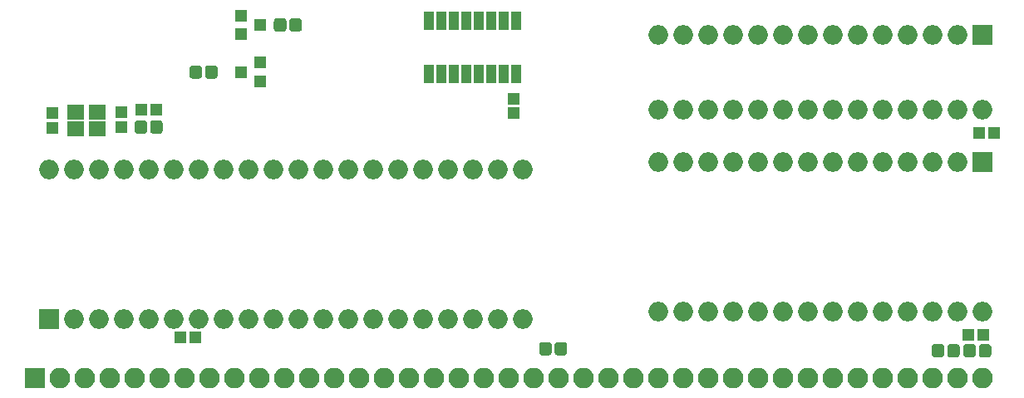
<source format=gbr>
G04 #@! TF.GenerationSoftware,KiCad,Pcbnew,(5.0.0)*
G04 #@! TF.CreationDate,2020-03-05T09:38:23+00:00*
G04 #@! TF.ProjectId,basic-mc6800,62617369632D6D63363830302E6B6963,rev?*
G04 #@! TF.SameCoordinates,Original*
G04 #@! TF.FileFunction,Soldermask,Top*
G04 #@! TF.FilePolarity,Negative*
%FSLAX46Y46*%
G04 Gerber Fmt 4.6, Leading zero omitted, Abs format (unit mm)*
G04 Created by KiCad (PCBNEW (5.0.0)) date 03/05/20 09:38:23*
%MOMM*%
%LPD*%
G01*
G04 APERTURE LIST*
%ADD10R,1.000000X1.900000*%
%ADD11O,2.000000X2.000000*%
%ADD12R,2.000000X2.000000*%
%ADD13R,1.150000X1.200000*%
%ADD14R,1.200000X1.150000*%
%ADD15R,2.100000X2.100000*%
%ADD16O,2.100000X2.100000*%
%ADD17R,1.300000X1.200000*%
%ADD18C,0.100000*%
%ADD19C,1.275000*%
%ADD20R,1.800000X1.600000*%
G04 APERTURE END LIST*
D10*
G04 #@! TO.C,U1*
X149010000Y-69000000D03*
X147740000Y-69000000D03*
X146470000Y-69000000D03*
X145200000Y-69000000D03*
X143930000Y-69000000D03*
X142660000Y-69000000D03*
X141390000Y-69000000D03*
X140120000Y-69000000D03*
X140120000Y-63600000D03*
X141390000Y-63600000D03*
X142660000Y-63600000D03*
X143930000Y-63600000D03*
X145200000Y-63600000D03*
X146470000Y-63600000D03*
X147740000Y-63600000D03*
X149010000Y-63600000D03*
G04 #@! TD*
D11*
G04 #@! TO.C,U4*
X196540000Y-93240000D03*
X163520000Y-78000000D03*
X194000000Y-93240000D03*
X166060000Y-78000000D03*
X191460000Y-93240000D03*
X168600000Y-78000000D03*
X188920000Y-93240000D03*
X171140000Y-78000000D03*
X186380000Y-93240000D03*
X173680000Y-78000000D03*
X183840000Y-93240000D03*
X176220000Y-78000000D03*
X181300000Y-93240000D03*
X178760000Y-78000000D03*
X178760000Y-93240000D03*
X181300000Y-78000000D03*
X176220000Y-93240000D03*
X183840000Y-78000000D03*
X173680000Y-93240000D03*
X186380000Y-78000000D03*
X171140000Y-93240000D03*
X188920000Y-78000000D03*
X168600000Y-93240000D03*
X191460000Y-78000000D03*
X166060000Y-93240000D03*
X194000000Y-78000000D03*
X163520000Y-93240000D03*
D12*
X196540000Y-78000000D03*
G04 #@! TD*
D13*
G04 #@! TO.C,C2*
X101800000Y-73000000D03*
X101800000Y-74500000D03*
G04 #@! TD*
G04 #@! TO.C,C3*
X108800000Y-72900000D03*
X108800000Y-74400000D03*
G04 #@! TD*
G04 #@! TO.C,C4*
X148800000Y-71500000D03*
X148800000Y-73000000D03*
G04 #@! TD*
D14*
G04 #@! TO.C,C5*
X114850000Y-95800000D03*
X116350000Y-95800000D03*
G04 #@! TD*
G04 #@! TO.C,C6*
X196200000Y-75000000D03*
X197700000Y-75000000D03*
G04 #@! TD*
G04 #@! TO.C,C7*
X196600000Y-95600000D03*
X195100000Y-95600000D03*
G04 #@! TD*
D15*
G04 #@! TO.C,J1*
X100000000Y-100000000D03*
D16*
X102540000Y-100000000D03*
X105080000Y-100000000D03*
X107620000Y-100000000D03*
X110160000Y-100000000D03*
X112700000Y-100000000D03*
X115240000Y-100000000D03*
X117780000Y-100000000D03*
X120320000Y-100000000D03*
X122860000Y-100000000D03*
X125400000Y-100000000D03*
X127940000Y-100000000D03*
X130480000Y-100000000D03*
X133020000Y-100000000D03*
X135560000Y-100000000D03*
X138100000Y-100000000D03*
X140640000Y-100000000D03*
X143180000Y-100000000D03*
X145720000Y-100000000D03*
X148260000Y-100000000D03*
X150800000Y-100000000D03*
X153340000Y-100000000D03*
X155880000Y-100000000D03*
X158420000Y-100000000D03*
X160960000Y-100000000D03*
X163500000Y-100000000D03*
X166040000Y-100000000D03*
X168580000Y-100000000D03*
X171120000Y-100000000D03*
X173660000Y-100000000D03*
X176200000Y-100000000D03*
X178740000Y-100000000D03*
X181280000Y-100000000D03*
X183820000Y-100000000D03*
X186360000Y-100000000D03*
X188900000Y-100000000D03*
X191440000Y-100000000D03*
X193980000Y-100000000D03*
X196520000Y-100000000D03*
G04 #@! TD*
D17*
G04 #@! TO.C,Q1*
X123000000Y-69750000D03*
X123000000Y-67850000D03*
X121000000Y-68800000D03*
G04 #@! TD*
G04 #@! TO.C,Q2*
X123000000Y-64000000D03*
X121000000Y-64950000D03*
X121000000Y-63050000D03*
G04 #@! TD*
D18*
G04 #@! TO.C,R1*
G36*
X111162493Y-73726535D02*
X111193435Y-73731125D01*
X111223778Y-73738725D01*
X111253230Y-73749263D01*
X111281508Y-73762638D01*
X111308338Y-73778719D01*
X111333463Y-73797353D01*
X111356640Y-73818360D01*
X111377647Y-73841537D01*
X111396281Y-73866662D01*
X111412362Y-73893492D01*
X111425737Y-73921770D01*
X111436275Y-73951222D01*
X111443875Y-73981565D01*
X111448465Y-74012507D01*
X111450000Y-74043750D01*
X111450000Y-74756250D01*
X111448465Y-74787493D01*
X111443875Y-74818435D01*
X111436275Y-74848778D01*
X111425737Y-74878230D01*
X111412362Y-74906508D01*
X111396281Y-74933338D01*
X111377647Y-74958463D01*
X111356640Y-74981640D01*
X111333463Y-75002647D01*
X111308338Y-75021281D01*
X111281508Y-75037362D01*
X111253230Y-75050737D01*
X111223778Y-75061275D01*
X111193435Y-75068875D01*
X111162493Y-75073465D01*
X111131250Y-75075000D01*
X110493750Y-75075000D01*
X110462507Y-75073465D01*
X110431565Y-75068875D01*
X110401222Y-75061275D01*
X110371770Y-75050737D01*
X110343492Y-75037362D01*
X110316662Y-75021281D01*
X110291537Y-75002647D01*
X110268360Y-74981640D01*
X110247353Y-74958463D01*
X110228719Y-74933338D01*
X110212638Y-74906508D01*
X110199263Y-74878230D01*
X110188725Y-74848778D01*
X110181125Y-74818435D01*
X110176535Y-74787493D01*
X110175000Y-74756250D01*
X110175000Y-74043750D01*
X110176535Y-74012507D01*
X110181125Y-73981565D01*
X110188725Y-73951222D01*
X110199263Y-73921770D01*
X110212638Y-73893492D01*
X110228719Y-73866662D01*
X110247353Y-73841537D01*
X110268360Y-73818360D01*
X110291537Y-73797353D01*
X110316662Y-73778719D01*
X110343492Y-73762638D01*
X110371770Y-73749263D01*
X110401222Y-73738725D01*
X110431565Y-73731125D01*
X110462507Y-73726535D01*
X110493750Y-73725000D01*
X111131250Y-73725000D01*
X111162493Y-73726535D01*
X111162493Y-73726535D01*
G37*
D19*
X110812500Y-74400000D03*
D18*
G36*
X112737493Y-73726535D02*
X112768435Y-73731125D01*
X112798778Y-73738725D01*
X112828230Y-73749263D01*
X112856508Y-73762638D01*
X112883338Y-73778719D01*
X112908463Y-73797353D01*
X112931640Y-73818360D01*
X112952647Y-73841537D01*
X112971281Y-73866662D01*
X112987362Y-73893492D01*
X113000737Y-73921770D01*
X113011275Y-73951222D01*
X113018875Y-73981565D01*
X113023465Y-74012507D01*
X113025000Y-74043750D01*
X113025000Y-74756250D01*
X113023465Y-74787493D01*
X113018875Y-74818435D01*
X113011275Y-74848778D01*
X113000737Y-74878230D01*
X112987362Y-74906508D01*
X112971281Y-74933338D01*
X112952647Y-74958463D01*
X112931640Y-74981640D01*
X112908463Y-75002647D01*
X112883338Y-75021281D01*
X112856508Y-75037362D01*
X112828230Y-75050737D01*
X112798778Y-75061275D01*
X112768435Y-75068875D01*
X112737493Y-75073465D01*
X112706250Y-75075000D01*
X112068750Y-75075000D01*
X112037507Y-75073465D01*
X112006565Y-75068875D01*
X111976222Y-75061275D01*
X111946770Y-75050737D01*
X111918492Y-75037362D01*
X111891662Y-75021281D01*
X111866537Y-75002647D01*
X111843360Y-74981640D01*
X111822353Y-74958463D01*
X111803719Y-74933338D01*
X111787638Y-74906508D01*
X111774263Y-74878230D01*
X111763725Y-74848778D01*
X111756125Y-74818435D01*
X111751535Y-74787493D01*
X111750000Y-74756250D01*
X111750000Y-74043750D01*
X111751535Y-74012507D01*
X111756125Y-73981565D01*
X111763725Y-73951222D01*
X111774263Y-73921770D01*
X111787638Y-73893492D01*
X111803719Y-73866662D01*
X111822353Y-73841537D01*
X111843360Y-73818360D01*
X111866537Y-73797353D01*
X111891662Y-73778719D01*
X111918492Y-73762638D01*
X111946770Y-73749263D01*
X111976222Y-73738725D01*
X112006565Y-73731125D01*
X112037507Y-73726535D01*
X112068750Y-73725000D01*
X112706250Y-73725000D01*
X112737493Y-73726535D01*
X112737493Y-73726535D01*
G37*
D19*
X112387500Y-74400000D03*
G04 #@! TD*
D18*
G04 #@! TO.C,R2*
G36*
X152374993Y-96326535D02*
X152405935Y-96331125D01*
X152436278Y-96338725D01*
X152465730Y-96349263D01*
X152494008Y-96362638D01*
X152520838Y-96378719D01*
X152545963Y-96397353D01*
X152569140Y-96418360D01*
X152590147Y-96441537D01*
X152608781Y-96466662D01*
X152624862Y-96493492D01*
X152638237Y-96521770D01*
X152648775Y-96551222D01*
X152656375Y-96581565D01*
X152660965Y-96612507D01*
X152662500Y-96643750D01*
X152662500Y-97356250D01*
X152660965Y-97387493D01*
X152656375Y-97418435D01*
X152648775Y-97448778D01*
X152638237Y-97478230D01*
X152624862Y-97506508D01*
X152608781Y-97533338D01*
X152590147Y-97558463D01*
X152569140Y-97581640D01*
X152545963Y-97602647D01*
X152520838Y-97621281D01*
X152494008Y-97637362D01*
X152465730Y-97650737D01*
X152436278Y-97661275D01*
X152405935Y-97668875D01*
X152374993Y-97673465D01*
X152343750Y-97675000D01*
X151706250Y-97675000D01*
X151675007Y-97673465D01*
X151644065Y-97668875D01*
X151613722Y-97661275D01*
X151584270Y-97650737D01*
X151555992Y-97637362D01*
X151529162Y-97621281D01*
X151504037Y-97602647D01*
X151480860Y-97581640D01*
X151459853Y-97558463D01*
X151441219Y-97533338D01*
X151425138Y-97506508D01*
X151411763Y-97478230D01*
X151401225Y-97448778D01*
X151393625Y-97418435D01*
X151389035Y-97387493D01*
X151387500Y-97356250D01*
X151387500Y-96643750D01*
X151389035Y-96612507D01*
X151393625Y-96581565D01*
X151401225Y-96551222D01*
X151411763Y-96521770D01*
X151425138Y-96493492D01*
X151441219Y-96466662D01*
X151459853Y-96441537D01*
X151480860Y-96418360D01*
X151504037Y-96397353D01*
X151529162Y-96378719D01*
X151555992Y-96362638D01*
X151584270Y-96349263D01*
X151613722Y-96338725D01*
X151644065Y-96331125D01*
X151675007Y-96326535D01*
X151706250Y-96325000D01*
X152343750Y-96325000D01*
X152374993Y-96326535D01*
X152374993Y-96326535D01*
G37*
D19*
X152025000Y-97000000D03*
D18*
G36*
X153949993Y-96326535D02*
X153980935Y-96331125D01*
X154011278Y-96338725D01*
X154040730Y-96349263D01*
X154069008Y-96362638D01*
X154095838Y-96378719D01*
X154120963Y-96397353D01*
X154144140Y-96418360D01*
X154165147Y-96441537D01*
X154183781Y-96466662D01*
X154199862Y-96493492D01*
X154213237Y-96521770D01*
X154223775Y-96551222D01*
X154231375Y-96581565D01*
X154235965Y-96612507D01*
X154237500Y-96643750D01*
X154237500Y-97356250D01*
X154235965Y-97387493D01*
X154231375Y-97418435D01*
X154223775Y-97448778D01*
X154213237Y-97478230D01*
X154199862Y-97506508D01*
X154183781Y-97533338D01*
X154165147Y-97558463D01*
X154144140Y-97581640D01*
X154120963Y-97602647D01*
X154095838Y-97621281D01*
X154069008Y-97637362D01*
X154040730Y-97650737D01*
X154011278Y-97661275D01*
X153980935Y-97668875D01*
X153949993Y-97673465D01*
X153918750Y-97675000D01*
X153281250Y-97675000D01*
X153250007Y-97673465D01*
X153219065Y-97668875D01*
X153188722Y-97661275D01*
X153159270Y-97650737D01*
X153130992Y-97637362D01*
X153104162Y-97621281D01*
X153079037Y-97602647D01*
X153055860Y-97581640D01*
X153034853Y-97558463D01*
X153016219Y-97533338D01*
X153000138Y-97506508D01*
X152986763Y-97478230D01*
X152976225Y-97448778D01*
X152968625Y-97418435D01*
X152964035Y-97387493D01*
X152962500Y-97356250D01*
X152962500Y-96643750D01*
X152964035Y-96612507D01*
X152968625Y-96581565D01*
X152976225Y-96551222D01*
X152986763Y-96521770D01*
X153000138Y-96493492D01*
X153016219Y-96466662D01*
X153034853Y-96441537D01*
X153055860Y-96418360D01*
X153079037Y-96397353D01*
X153104162Y-96378719D01*
X153130992Y-96362638D01*
X153159270Y-96349263D01*
X153188722Y-96338725D01*
X153219065Y-96331125D01*
X153250007Y-96326535D01*
X153281250Y-96325000D01*
X153918750Y-96325000D01*
X153949993Y-96326535D01*
X153949993Y-96326535D01*
G37*
D19*
X153600000Y-97000000D03*
G04 #@! TD*
D18*
G04 #@! TO.C,R3*
G36*
X192362493Y-96526535D02*
X192393435Y-96531125D01*
X192423778Y-96538725D01*
X192453230Y-96549263D01*
X192481508Y-96562638D01*
X192508338Y-96578719D01*
X192533463Y-96597353D01*
X192556640Y-96618360D01*
X192577647Y-96641537D01*
X192596281Y-96666662D01*
X192612362Y-96693492D01*
X192625737Y-96721770D01*
X192636275Y-96751222D01*
X192643875Y-96781565D01*
X192648465Y-96812507D01*
X192650000Y-96843750D01*
X192650000Y-97556250D01*
X192648465Y-97587493D01*
X192643875Y-97618435D01*
X192636275Y-97648778D01*
X192625737Y-97678230D01*
X192612362Y-97706508D01*
X192596281Y-97733338D01*
X192577647Y-97758463D01*
X192556640Y-97781640D01*
X192533463Y-97802647D01*
X192508338Y-97821281D01*
X192481508Y-97837362D01*
X192453230Y-97850737D01*
X192423778Y-97861275D01*
X192393435Y-97868875D01*
X192362493Y-97873465D01*
X192331250Y-97875000D01*
X191693750Y-97875000D01*
X191662507Y-97873465D01*
X191631565Y-97868875D01*
X191601222Y-97861275D01*
X191571770Y-97850737D01*
X191543492Y-97837362D01*
X191516662Y-97821281D01*
X191491537Y-97802647D01*
X191468360Y-97781640D01*
X191447353Y-97758463D01*
X191428719Y-97733338D01*
X191412638Y-97706508D01*
X191399263Y-97678230D01*
X191388725Y-97648778D01*
X191381125Y-97618435D01*
X191376535Y-97587493D01*
X191375000Y-97556250D01*
X191375000Y-96843750D01*
X191376535Y-96812507D01*
X191381125Y-96781565D01*
X191388725Y-96751222D01*
X191399263Y-96721770D01*
X191412638Y-96693492D01*
X191428719Y-96666662D01*
X191447353Y-96641537D01*
X191468360Y-96618360D01*
X191491537Y-96597353D01*
X191516662Y-96578719D01*
X191543492Y-96562638D01*
X191571770Y-96549263D01*
X191601222Y-96538725D01*
X191631565Y-96531125D01*
X191662507Y-96526535D01*
X191693750Y-96525000D01*
X192331250Y-96525000D01*
X192362493Y-96526535D01*
X192362493Y-96526535D01*
G37*
D19*
X192012500Y-97200000D03*
D18*
G36*
X193937493Y-96526535D02*
X193968435Y-96531125D01*
X193998778Y-96538725D01*
X194028230Y-96549263D01*
X194056508Y-96562638D01*
X194083338Y-96578719D01*
X194108463Y-96597353D01*
X194131640Y-96618360D01*
X194152647Y-96641537D01*
X194171281Y-96666662D01*
X194187362Y-96693492D01*
X194200737Y-96721770D01*
X194211275Y-96751222D01*
X194218875Y-96781565D01*
X194223465Y-96812507D01*
X194225000Y-96843750D01*
X194225000Y-97556250D01*
X194223465Y-97587493D01*
X194218875Y-97618435D01*
X194211275Y-97648778D01*
X194200737Y-97678230D01*
X194187362Y-97706508D01*
X194171281Y-97733338D01*
X194152647Y-97758463D01*
X194131640Y-97781640D01*
X194108463Y-97802647D01*
X194083338Y-97821281D01*
X194056508Y-97837362D01*
X194028230Y-97850737D01*
X193998778Y-97861275D01*
X193968435Y-97868875D01*
X193937493Y-97873465D01*
X193906250Y-97875000D01*
X193268750Y-97875000D01*
X193237507Y-97873465D01*
X193206565Y-97868875D01*
X193176222Y-97861275D01*
X193146770Y-97850737D01*
X193118492Y-97837362D01*
X193091662Y-97821281D01*
X193066537Y-97802647D01*
X193043360Y-97781640D01*
X193022353Y-97758463D01*
X193003719Y-97733338D01*
X192987638Y-97706508D01*
X192974263Y-97678230D01*
X192963725Y-97648778D01*
X192956125Y-97618435D01*
X192951535Y-97587493D01*
X192950000Y-97556250D01*
X192950000Y-96843750D01*
X192951535Y-96812507D01*
X192956125Y-96781565D01*
X192963725Y-96751222D01*
X192974263Y-96721770D01*
X192987638Y-96693492D01*
X193003719Y-96666662D01*
X193022353Y-96641537D01*
X193043360Y-96618360D01*
X193066537Y-96597353D01*
X193091662Y-96578719D01*
X193118492Y-96562638D01*
X193146770Y-96549263D01*
X193176222Y-96538725D01*
X193206565Y-96531125D01*
X193237507Y-96526535D01*
X193268750Y-96525000D01*
X193906250Y-96525000D01*
X193937493Y-96526535D01*
X193937493Y-96526535D01*
G37*
D19*
X193587500Y-97200000D03*
G04 #@! TD*
D18*
G04 #@! TO.C,R4*
G36*
X195574993Y-96526535D02*
X195605935Y-96531125D01*
X195636278Y-96538725D01*
X195665730Y-96549263D01*
X195694008Y-96562638D01*
X195720838Y-96578719D01*
X195745963Y-96597353D01*
X195769140Y-96618360D01*
X195790147Y-96641537D01*
X195808781Y-96666662D01*
X195824862Y-96693492D01*
X195838237Y-96721770D01*
X195848775Y-96751222D01*
X195856375Y-96781565D01*
X195860965Y-96812507D01*
X195862500Y-96843750D01*
X195862500Y-97556250D01*
X195860965Y-97587493D01*
X195856375Y-97618435D01*
X195848775Y-97648778D01*
X195838237Y-97678230D01*
X195824862Y-97706508D01*
X195808781Y-97733338D01*
X195790147Y-97758463D01*
X195769140Y-97781640D01*
X195745963Y-97802647D01*
X195720838Y-97821281D01*
X195694008Y-97837362D01*
X195665730Y-97850737D01*
X195636278Y-97861275D01*
X195605935Y-97868875D01*
X195574993Y-97873465D01*
X195543750Y-97875000D01*
X194906250Y-97875000D01*
X194875007Y-97873465D01*
X194844065Y-97868875D01*
X194813722Y-97861275D01*
X194784270Y-97850737D01*
X194755992Y-97837362D01*
X194729162Y-97821281D01*
X194704037Y-97802647D01*
X194680860Y-97781640D01*
X194659853Y-97758463D01*
X194641219Y-97733338D01*
X194625138Y-97706508D01*
X194611763Y-97678230D01*
X194601225Y-97648778D01*
X194593625Y-97618435D01*
X194589035Y-97587493D01*
X194587500Y-97556250D01*
X194587500Y-96843750D01*
X194589035Y-96812507D01*
X194593625Y-96781565D01*
X194601225Y-96751222D01*
X194611763Y-96721770D01*
X194625138Y-96693492D01*
X194641219Y-96666662D01*
X194659853Y-96641537D01*
X194680860Y-96618360D01*
X194704037Y-96597353D01*
X194729162Y-96578719D01*
X194755992Y-96562638D01*
X194784270Y-96549263D01*
X194813722Y-96538725D01*
X194844065Y-96531125D01*
X194875007Y-96526535D01*
X194906250Y-96525000D01*
X195543750Y-96525000D01*
X195574993Y-96526535D01*
X195574993Y-96526535D01*
G37*
D19*
X195225000Y-97200000D03*
D18*
G36*
X197149993Y-96526535D02*
X197180935Y-96531125D01*
X197211278Y-96538725D01*
X197240730Y-96549263D01*
X197269008Y-96562638D01*
X197295838Y-96578719D01*
X197320963Y-96597353D01*
X197344140Y-96618360D01*
X197365147Y-96641537D01*
X197383781Y-96666662D01*
X197399862Y-96693492D01*
X197413237Y-96721770D01*
X197423775Y-96751222D01*
X197431375Y-96781565D01*
X197435965Y-96812507D01*
X197437500Y-96843750D01*
X197437500Y-97556250D01*
X197435965Y-97587493D01*
X197431375Y-97618435D01*
X197423775Y-97648778D01*
X197413237Y-97678230D01*
X197399862Y-97706508D01*
X197383781Y-97733338D01*
X197365147Y-97758463D01*
X197344140Y-97781640D01*
X197320963Y-97802647D01*
X197295838Y-97821281D01*
X197269008Y-97837362D01*
X197240730Y-97850737D01*
X197211278Y-97861275D01*
X197180935Y-97868875D01*
X197149993Y-97873465D01*
X197118750Y-97875000D01*
X196481250Y-97875000D01*
X196450007Y-97873465D01*
X196419065Y-97868875D01*
X196388722Y-97861275D01*
X196359270Y-97850737D01*
X196330992Y-97837362D01*
X196304162Y-97821281D01*
X196279037Y-97802647D01*
X196255860Y-97781640D01*
X196234853Y-97758463D01*
X196216219Y-97733338D01*
X196200138Y-97706508D01*
X196186763Y-97678230D01*
X196176225Y-97648778D01*
X196168625Y-97618435D01*
X196164035Y-97587493D01*
X196162500Y-97556250D01*
X196162500Y-96843750D01*
X196164035Y-96812507D01*
X196168625Y-96781565D01*
X196176225Y-96751222D01*
X196186763Y-96721770D01*
X196200138Y-96693492D01*
X196216219Y-96666662D01*
X196234853Y-96641537D01*
X196255860Y-96618360D01*
X196279037Y-96597353D01*
X196304162Y-96578719D01*
X196330992Y-96562638D01*
X196359270Y-96549263D01*
X196388722Y-96538725D01*
X196419065Y-96531125D01*
X196450007Y-96526535D01*
X196481250Y-96525000D01*
X197118750Y-96525000D01*
X197149993Y-96526535D01*
X197149993Y-96526535D01*
G37*
D19*
X196800000Y-97200000D03*
G04 #@! TD*
D18*
G04 #@! TO.C,R5*
G36*
X118337493Y-68126535D02*
X118368435Y-68131125D01*
X118398778Y-68138725D01*
X118428230Y-68149263D01*
X118456508Y-68162638D01*
X118483338Y-68178719D01*
X118508463Y-68197353D01*
X118531640Y-68218360D01*
X118552647Y-68241537D01*
X118571281Y-68266662D01*
X118587362Y-68293492D01*
X118600737Y-68321770D01*
X118611275Y-68351222D01*
X118618875Y-68381565D01*
X118623465Y-68412507D01*
X118625000Y-68443750D01*
X118625000Y-69156250D01*
X118623465Y-69187493D01*
X118618875Y-69218435D01*
X118611275Y-69248778D01*
X118600737Y-69278230D01*
X118587362Y-69306508D01*
X118571281Y-69333338D01*
X118552647Y-69358463D01*
X118531640Y-69381640D01*
X118508463Y-69402647D01*
X118483338Y-69421281D01*
X118456508Y-69437362D01*
X118428230Y-69450737D01*
X118398778Y-69461275D01*
X118368435Y-69468875D01*
X118337493Y-69473465D01*
X118306250Y-69475000D01*
X117668750Y-69475000D01*
X117637507Y-69473465D01*
X117606565Y-69468875D01*
X117576222Y-69461275D01*
X117546770Y-69450737D01*
X117518492Y-69437362D01*
X117491662Y-69421281D01*
X117466537Y-69402647D01*
X117443360Y-69381640D01*
X117422353Y-69358463D01*
X117403719Y-69333338D01*
X117387638Y-69306508D01*
X117374263Y-69278230D01*
X117363725Y-69248778D01*
X117356125Y-69218435D01*
X117351535Y-69187493D01*
X117350000Y-69156250D01*
X117350000Y-68443750D01*
X117351535Y-68412507D01*
X117356125Y-68381565D01*
X117363725Y-68351222D01*
X117374263Y-68321770D01*
X117387638Y-68293492D01*
X117403719Y-68266662D01*
X117422353Y-68241537D01*
X117443360Y-68218360D01*
X117466537Y-68197353D01*
X117491662Y-68178719D01*
X117518492Y-68162638D01*
X117546770Y-68149263D01*
X117576222Y-68138725D01*
X117606565Y-68131125D01*
X117637507Y-68126535D01*
X117668750Y-68125000D01*
X118306250Y-68125000D01*
X118337493Y-68126535D01*
X118337493Y-68126535D01*
G37*
D19*
X117987500Y-68800000D03*
D18*
G36*
X116762493Y-68126535D02*
X116793435Y-68131125D01*
X116823778Y-68138725D01*
X116853230Y-68149263D01*
X116881508Y-68162638D01*
X116908338Y-68178719D01*
X116933463Y-68197353D01*
X116956640Y-68218360D01*
X116977647Y-68241537D01*
X116996281Y-68266662D01*
X117012362Y-68293492D01*
X117025737Y-68321770D01*
X117036275Y-68351222D01*
X117043875Y-68381565D01*
X117048465Y-68412507D01*
X117050000Y-68443750D01*
X117050000Y-69156250D01*
X117048465Y-69187493D01*
X117043875Y-69218435D01*
X117036275Y-69248778D01*
X117025737Y-69278230D01*
X117012362Y-69306508D01*
X116996281Y-69333338D01*
X116977647Y-69358463D01*
X116956640Y-69381640D01*
X116933463Y-69402647D01*
X116908338Y-69421281D01*
X116881508Y-69437362D01*
X116853230Y-69450737D01*
X116823778Y-69461275D01*
X116793435Y-69468875D01*
X116762493Y-69473465D01*
X116731250Y-69475000D01*
X116093750Y-69475000D01*
X116062507Y-69473465D01*
X116031565Y-69468875D01*
X116001222Y-69461275D01*
X115971770Y-69450737D01*
X115943492Y-69437362D01*
X115916662Y-69421281D01*
X115891537Y-69402647D01*
X115868360Y-69381640D01*
X115847353Y-69358463D01*
X115828719Y-69333338D01*
X115812638Y-69306508D01*
X115799263Y-69278230D01*
X115788725Y-69248778D01*
X115781125Y-69218435D01*
X115776535Y-69187493D01*
X115775000Y-69156250D01*
X115775000Y-68443750D01*
X115776535Y-68412507D01*
X115781125Y-68381565D01*
X115788725Y-68351222D01*
X115799263Y-68321770D01*
X115812638Y-68293492D01*
X115828719Y-68266662D01*
X115847353Y-68241537D01*
X115868360Y-68218360D01*
X115891537Y-68197353D01*
X115916662Y-68178719D01*
X115943492Y-68162638D01*
X115971770Y-68149263D01*
X116001222Y-68138725D01*
X116031565Y-68131125D01*
X116062507Y-68126535D01*
X116093750Y-68125000D01*
X116731250Y-68125000D01*
X116762493Y-68126535D01*
X116762493Y-68126535D01*
G37*
D19*
X116412500Y-68800000D03*
G04 #@! TD*
D18*
G04 #@! TO.C,R6*
G36*
X126924993Y-63326535D02*
X126955935Y-63331125D01*
X126986278Y-63338725D01*
X127015730Y-63349263D01*
X127044008Y-63362638D01*
X127070838Y-63378719D01*
X127095963Y-63397353D01*
X127119140Y-63418360D01*
X127140147Y-63441537D01*
X127158781Y-63466662D01*
X127174862Y-63493492D01*
X127188237Y-63521770D01*
X127198775Y-63551222D01*
X127206375Y-63581565D01*
X127210965Y-63612507D01*
X127212500Y-63643750D01*
X127212500Y-64356250D01*
X127210965Y-64387493D01*
X127206375Y-64418435D01*
X127198775Y-64448778D01*
X127188237Y-64478230D01*
X127174862Y-64506508D01*
X127158781Y-64533338D01*
X127140147Y-64558463D01*
X127119140Y-64581640D01*
X127095963Y-64602647D01*
X127070838Y-64621281D01*
X127044008Y-64637362D01*
X127015730Y-64650737D01*
X126986278Y-64661275D01*
X126955935Y-64668875D01*
X126924993Y-64673465D01*
X126893750Y-64675000D01*
X126256250Y-64675000D01*
X126225007Y-64673465D01*
X126194065Y-64668875D01*
X126163722Y-64661275D01*
X126134270Y-64650737D01*
X126105992Y-64637362D01*
X126079162Y-64621281D01*
X126054037Y-64602647D01*
X126030860Y-64581640D01*
X126009853Y-64558463D01*
X125991219Y-64533338D01*
X125975138Y-64506508D01*
X125961763Y-64478230D01*
X125951225Y-64448778D01*
X125943625Y-64418435D01*
X125939035Y-64387493D01*
X125937500Y-64356250D01*
X125937500Y-63643750D01*
X125939035Y-63612507D01*
X125943625Y-63581565D01*
X125951225Y-63551222D01*
X125961763Y-63521770D01*
X125975138Y-63493492D01*
X125991219Y-63466662D01*
X126009853Y-63441537D01*
X126030860Y-63418360D01*
X126054037Y-63397353D01*
X126079162Y-63378719D01*
X126105992Y-63362638D01*
X126134270Y-63349263D01*
X126163722Y-63338725D01*
X126194065Y-63331125D01*
X126225007Y-63326535D01*
X126256250Y-63325000D01*
X126893750Y-63325000D01*
X126924993Y-63326535D01*
X126924993Y-63326535D01*
G37*
D19*
X126575000Y-64000000D03*
D18*
G36*
X125349993Y-63326535D02*
X125380935Y-63331125D01*
X125411278Y-63338725D01*
X125440730Y-63349263D01*
X125469008Y-63362638D01*
X125495838Y-63378719D01*
X125520963Y-63397353D01*
X125544140Y-63418360D01*
X125565147Y-63441537D01*
X125583781Y-63466662D01*
X125599862Y-63493492D01*
X125613237Y-63521770D01*
X125623775Y-63551222D01*
X125631375Y-63581565D01*
X125635965Y-63612507D01*
X125637500Y-63643750D01*
X125637500Y-64356250D01*
X125635965Y-64387493D01*
X125631375Y-64418435D01*
X125623775Y-64448778D01*
X125613237Y-64478230D01*
X125599862Y-64506508D01*
X125583781Y-64533338D01*
X125565147Y-64558463D01*
X125544140Y-64581640D01*
X125520963Y-64602647D01*
X125495838Y-64621281D01*
X125469008Y-64637362D01*
X125440730Y-64650737D01*
X125411278Y-64661275D01*
X125380935Y-64668875D01*
X125349993Y-64673465D01*
X125318750Y-64675000D01*
X124681250Y-64675000D01*
X124650007Y-64673465D01*
X124619065Y-64668875D01*
X124588722Y-64661275D01*
X124559270Y-64650737D01*
X124530992Y-64637362D01*
X124504162Y-64621281D01*
X124479037Y-64602647D01*
X124455860Y-64581640D01*
X124434853Y-64558463D01*
X124416219Y-64533338D01*
X124400138Y-64506508D01*
X124386763Y-64478230D01*
X124376225Y-64448778D01*
X124368625Y-64418435D01*
X124364035Y-64387493D01*
X124362500Y-64356250D01*
X124362500Y-63643750D01*
X124364035Y-63612507D01*
X124368625Y-63581565D01*
X124376225Y-63551222D01*
X124386763Y-63521770D01*
X124400138Y-63493492D01*
X124416219Y-63466662D01*
X124434853Y-63441537D01*
X124455860Y-63418360D01*
X124479037Y-63397353D01*
X124504162Y-63378719D01*
X124530992Y-63362638D01*
X124559270Y-63349263D01*
X124588722Y-63338725D01*
X124619065Y-63331125D01*
X124650007Y-63326535D01*
X124681250Y-63325000D01*
X125318750Y-63325000D01*
X125349993Y-63326535D01*
X125349993Y-63326535D01*
G37*
D19*
X125000000Y-64000000D03*
G04 #@! TD*
D12*
G04 #@! TO.C,U2*
X101440000Y-94000000D03*
D11*
X149700000Y-78760000D03*
X103980000Y-94000000D03*
X147160000Y-78760000D03*
X106520000Y-94000000D03*
X144620000Y-78760000D03*
X109060000Y-94000000D03*
X142080000Y-78760000D03*
X111600000Y-94000000D03*
X139540000Y-78760000D03*
X114140000Y-94000000D03*
X137000000Y-78760000D03*
X116680000Y-94000000D03*
X134460000Y-78760000D03*
X119220000Y-94000000D03*
X131920000Y-78760000D03*
X121760000Y-94000000D03*
X129380000Y-78760000D03*
X124300000Y-94000000D03*
X126840000Y-78760000D03*
X126840000Y-94000000D03*
X124300000Y-78760000D03*
X129380000Y-94000000D03*
X121760000Y-78760000D03*
X131920000Y-94000000D03*
X119220000Y-78760000D03*
X134460000Y-94000000D03*
X116680000Y-78760000D03*
X137000000Y-94000000D03*
X114140000Y-78760000D03*
X139540000Y-94000000D03*
X111600000Y-78760000D03*
X142080000Y-94000000D03*
X109060000Y-78760000D03*
X144620000Y-94000000D03*
X106520000Y-78760000D03*
X147160000Y-94000000D03*
X103980000Y-78760000D03*
X149700000Y-94000000D03*
X101440000Y-78760000D03*
G04 #@! TD*
D20*
G04 #@! TO.C,Y1*
X104200000Y-74600000D03*
X106400000Y-74600000D03*
X106400000Y-72900000D03*
X104200000Y-72900000D03*
G04 #@! TD*
D14*
G04 #@! TO.C,C1*
X112350000Y-72600000D03*
X110850000Y-72600000D03*
G04 #@! TD*
D11*
G04 #@! TO.C,U3*
X196540000Y-72620000D03*
X163520000Y-65000000D03*
X194000000Y-72620000D03*
X166060000Y-65000000D03*
X191460000Y-72620000D03*
X168600000Y-65000000D03*
X188920000Y-72620000D03*
X171140000Y-65000000D03*
X186380000Y-72620000D03*
X173680000Y-65000000D03*
X183840000Y-72620000D03*
X176220000Y-65000000D03*
X181300000Y-72620000D03*
X178760000Y-65000000D03*
X178760000Y-72620000D03*
X181300000Y-65000000D03*
X176220000Y-72620000D03*
X183840000Y-65000000D03*
X173680000Y-72620000D03*
X186380000Y-65000000D03*
X171140000Y-72620000D03*
X188920000Y-65000000D03*
X168600000Y-72620000D03*
X191460000Y-65000000D03*
X166060000Y-72620000D03*
X194000000Y-65000000D03*
X163520000Y-72620000D03*
D12*
X196540000Y-65000000D03*
G04 #@! TD*
M02*

</source>
